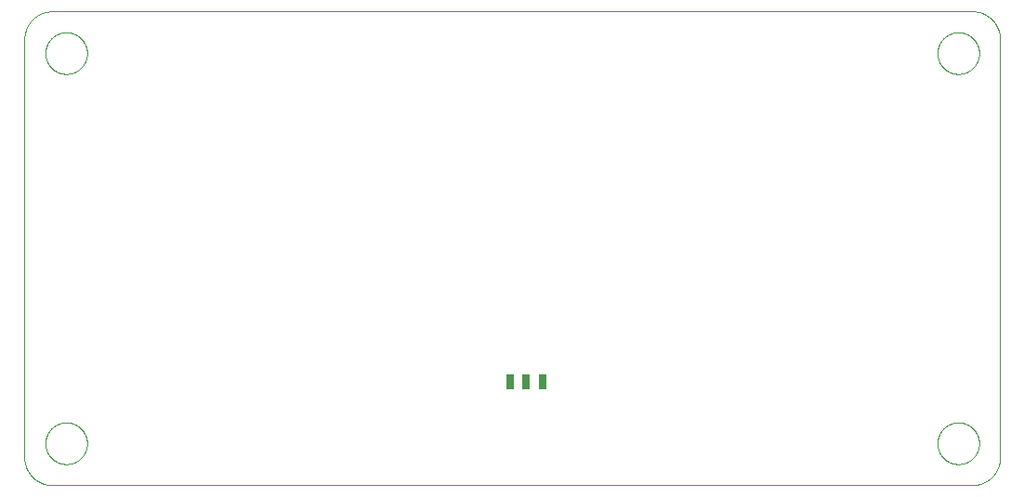
<source format=gbp>
G75*
%MOIN*%
%OFA0B0*%
%FSLAX25Y25*%
%IPPOS*%
%LPD*%
%AMOC8*
5,1,8,0,0,1.08239X$1,22.5*
%
%ADD10C,0.00000*%
%ADD11R,0.03150X0.05512*%
D10*
X0011300Y0001300D02*
X0341300Y0001300D01*
X0341542Y0001303D01*
X0341783Y0001312D01*
X0342024Y0001326D01*
X0342265Y0001347D01*
X0342505Y0001373D01*
X0342745Y0001405D01*
X0342984Y0001443D01*
X0343221Y0001486D01*
X0343458Y0001536D01*
X0343693Y0001591D01*
X0343927Y0001651D01*
X0344159Y0001718D01*
X0344390Y0001789D01*
X0344619Y0001867D01*
X0344846Y0001950D01*
X0345071Y0002038D01*
X0345294Y0002132D01*
X0345514Y0002231D01*
X0345732Y0002336D01*
X0345947Y0002445D01*
X0346160Y0002560D01*
X0346370Y0002680D01*
X0346576Y0002805D01*
X0346780Y0002935D01*
X0346981Y0003070D01*
X0347178Y0003210D01*
X0347372Y0003354D01*
X0347562Y0003503D01*
X0347748Y0003657D01*
X0347931Y0003815D01*
X0348110Y0003977D01*
X0348285Y0004144D01*
X0348456Y0004315D01*
X0348623Y0004490D01*
X0348785Y0004669D01*
X0348943Y0004852D01*
X0349097Y0005038D01*
X0349246Y0005228D01*
X0349390Y0005422D01*
X0349530Y0005619D01*
X0349665Y0005820D01*
X0349795Y0006024D01*
X0349920Y0006230D01*
X0350040Y0006440D01*
X0350155Y0006653D01*
X0350264Y0006868D01*
X0350369Y0007086D01*
X0350468Y0007306D01*
X0350562Y0007529D01*
X0350650Y0007754D01*
X0350733Y0007981D01*
X0350811Y0008210D01*
X0350882Y0008441D01*
X0350949Y0008673D01*
X0351009Y0008907D01*
X0351064Y0009142D01*
X0351114Y0009379D01*
X0351157Y0009616D01*
X0351195Y0009855D01*
X0351227Y0010095D01*
X0351253Y0010335D01*
X0351274Y0010576D01*
X0351288Y0010817D01*
X0351297Y0011058D01*
X0351300Y0011300D01*
X0351300Y0161300D01*
X0351297Y0161542D01*
X0351288Y0161783D01*
X0351274Y0162024D01*
X0351253Y0162265D01*
X0351227Y0162505D01*
X0351195Y0162745D01*
X0351157Y0162984D01*
X0351114Y0163221D01*
X0351064Y0163458D01*
X0351009Y0163693D01*
X0350949Y0163927D01*
X0350882Y0164159D01*
X0350811Y0164390D01*
X0350733Y0164619D01*
X0350650Y0164846D01*
X0350562Y0165071D01*
X0350468Y0165294D01*
X0350369Y0165514D01*
X0350264Y0165732D01*
X0350155Y0165947D01*
X0350040Y0166160D01*
X0349920Y0166370D01*
X0349795Y0166576D01*
X0349665Y0166780D01*
X0349530Y0166981D01*
X0349390Y0167178D01*
X0349246Y0167372D01*
X0349097Y0167562D01*
X0348943Y0167748D01*
X0348785Y0167931D01*
X0348623Y0168110D01*
X0348456Y0168285D01*
X0348285Y0168456D01*
X0348110Y0168623D01*
X0347931Y0168785D01*
X0347748Y0168943D01*
X0347562Y0169097D01*
X0347372Y0169246D01*
X0347178Y0169390D01*
X0346981Y0169530D01*
X0346780Y0169665D01*
X0346576Y0169795D01*
X0346370Y0169920D01*
X0346160Y0170040D01*
X0345947Y0170155D01*
X0345732Y0170264D01*
X0345514Y0170369D01*
X0345294Y0170468D01*
X0345071Y0170562D01*
X0344846Y0170650D01*
X0344619Y0170733D01*
X0344390Y0170811D01*
X0344159Y0170882D01*
X0343927Y0170949D01*
X0343693Y0171009D01*
X0343458Y0171064D01*
X0343221Y0171114D01*
X0342984Y0171157D01*
X0342745Y0171195D01*
X0342505Y0171227D01*
X0342265Y0171253D01*
X0342024Y0171274D01*
X0341783Y0171288D01*
X0341542Y0171297D01*
X0341300Y0171300D01*
X0011300Y0171300D01*
X0011058Y0171297D01*
X0010817Y0171288D01*
X0010576Y0171274D01*
X0010335Y0171253D01*
X0010095Y0171227D01*
X0009855Y0171195D01*
X0009616Y0171157D01*
X0009379Y0171114D01*
X0009142Y0171064D01*
X0008907Y0171009D01*
X0008673Y0170949D01*
X0008441Y0170882D01*
X0008210Y0170811D01*
X0007981Y0170733D01*
X0007754Y0170650D01*
X0007529Y0170562D01*
X0007306Y0170468D01*
X0007086Y0170369D01*
X0006868Y0170264D01*
X0006653Y0170155D01*
X0006440Y0170040D01*
X0006230Y0169920D01*
X0006024Y0169795D01*
X0005820Y0169665D01*
X0005619Y0169530D01*
X0005422Y0169390D01*
X0005228Y0169246D01*
X0005038Y0169097D01*
X0004852Y0168943D01*
X0004669Y0168785D01*
X0004490Y0168623D01*
X0004315Y0168456D01*
X0004144Y0168285D01*
X0003977Y0168110D01*
X0003815Y0167931D01*
X0003657Y0167748D01*
X0003503Y0167562D01*
X0003354Y0167372D01*
X0003210Y0167178D01*
X0003070Y0166981D01*
X0002935Y0166780D01*
X0002805Y0166576D01*
X0002680Y0166370D01*
X0002560Y0166160D01*
X0002445Y0165947D01*
X0002336Y0165732D01*
X0002231Y0165514D01*
X0002132Y0165294D01*
X0002038Y0165071D01*
X0001950Y0164846D01*
X0001867Y0164619D01*
X0001789Y0164390D01*
X0001718Y0164159D01*
X0001651Y0163927D01*
X0001591Y0163693D01*
X0001536Y0163458D01*
X0001486Y0163221D01*
X0001443Y0162984D01*
X0001405Y0162745D01*
X0001373Y0162505D01*
X0001347Y0162265D01*
X0001326Y0162024D01*
X0001312Y0161783D01*
X0001303Y0161542D01*
X0001300Y0161300D01*
X0001300Y0011300D01*
X0001303Y0011058D01*
X0001312Y0010817D01*
X0001326Y0010576D01*
X0001347Y0010335D01*
X0001373Y0010095D01*
X0001405Y0009855D01*
X0001443Y0009616D01*
X0001486Y0009379D01*
X0001536Y0009142D01*
X0001591Y0008907D01*
X0001651Y0008673D01*
X0001718Y0008441D01*
X0001789Y0008210D01*
X0001867Y0007981D01*
X0001950Y0007754D01*
X0002038Y0007529D01*
X0002132Y0007306D01*
X0002231Y0007086D01*
X0002336Y0006868D01*
X0002445Y0006653D01*
X0002560Y0006440D01*
X0002680Y0006230D01*
X0002805Y0006024D01*
X0002935Y0005820D01*
X0003070Y0005619D01*
X0003210Y0005422D01*
X0003354Y0005228D01*
X0003503Y0005038D01*
X0003657Y0004852D01*
X0003815Y0004669D01*
X0003977Y0004490D01*
X0004144Y0004315D01*
X0004315Y0004144D01*
X0004490Y0003977D01*
X0004669Y0003815D01*
X0004852Y0003657D01*
X0005038Y0003503D01*
X0005228Y0003354D01*
X0005422Y0003210D01*
X0005619Y0003070D01*
X0005820Y0002935D01*
X0006024Y0002805D01*
X0006230Y0002680D01*
X0006440Y0002560D01*
X0006653Y0002445D01*
X0006868Y0002336D01*
X0007086Y0002231D01*
X0007306Y0002132D01*
X0007529Y0002038D01*
X0007754Y0001950D01*
X0007981Y0001867D01*
X0008210Y0001789D01*
X0008441Y0001718D01*
X0008673Y0001651D01*
X0008907Y0001591D01*
X0009142Y0001536D01*
X0009379Y0001486D01*
X0009616Y0001443D01*
X0009855Y0001405D01*
X0010095Y0001373D01*
X0010335Y0001347D01*
X0010576Y0001326D01*
X0010817Y0001312D01*
X0011058Y0001303D01*
X0011300Y0001300D01*
X0008825Y0016300D02*
X0008827Y0016483D01*
X0008834Y0016667D01*
X0008845Y0016850D01*
X0008861Y0017033D01*
X0008881Y0017215D01*
X0008906Y0017397D01*
X0008935Y0017578D01*
X0008969Y0017758D01*
X0009007Y0017938D01*
X0009049Y0018116D01*
X0009096Y0018294D01*
X0009147Y0018470D01*
X0009202Y0018645D01*
X0009262Y0018818D01*
X0009326Y0018990D01*
X0009394Y0019161D01*
X0009466Y0019329D01*
X0009543Y0019496D01*
X0009623Y0019661D01*
X0009708Y0019824D01*
X0009796Y0019984D01*
X0009888Y0020143D01*
X0009985Y0020299D01*
X0010085Y0020453D01*
X0010189Y0020604D01*
X0010296Y0020753D01*
X0010407Y0020899D01*
X0010522Y0021042D01*
X0010640Y0021182D01*
X0010761Y0021320D01*
X0010886Y0021454D01*
X0011014Y0021586D01*
X0011146Y0021714D01*
X0011280Y0021839D01*
X0011418Y0021960D01*
X0011558Y0022078D01*
X0011701Y0022193D01*
X0011847Y0022304D01*
X0011996Y0022411D01*
X0012147Y0022515D01*
X0012301Y0022615D01*
X0012457Y0022712D01*
X0012616Y0022804D01*
X0012776Y0022892D01*
X0012939Y0022977D01*
X0013104Y0023057D01*
X0013271Y0023134D01*
X0013439Y0023206D01*
X0013610Y0023274D01*
X0013782Y0023338D01*
X0013955Y0023398D01*
X0014130Y0023453D01*
X0014306Y0023504D01*
X0014484Y0023551D01*
X0014662Y0023593D01*
X0014842Y0023631D01*
X0015022Y0023665D01*
X0015203Y0023694D01*
X0015385Y0023719D01*
X0015567Y0023739D01*
X0015750Y0023755D01*
X0015933Y0023766D01*
X0016117Y0023773D01*
X0016300Y0023775D01*
X0016483Y0023773D01*
X0016667Y0023766D01*
X0016850Y0023755D01*
X0017033Y0023739D01*
X0017215Y0023719D01*
X0017397Y0023694D01*
X0017578Y0023665D01*
X0017758Y0023631D01*
X0017938Y0023593D01*
X0018116Y0023551D01*
X0018294Y0023504D01*
X0018470Y0023453D01*
X0018645Y0023398D01*
X0018818Y0023338D01*
X0018990Y0023274D01*
X0019161Y0023206D01*
X0019329Y0023134D01*
X0019496Y0023057D01*
X0019661Y0022977D01*
X0019824Y0022892D01*
X0019984Y0022804D01*
X0020143Y0022712D01*
X0020299Y0022615D01*
X0020453Y0022515D01*
X0020604Y0022411D01*
X0020753Y0022304D01*
X0020899Y0022193D01*
X0021042Y0022078D01*
X0021182Y0021960D01*
X0021320Y0021839D01*
X0021454Y0021714D01*
X0021586Y0021586D01*
X0021714Y0021454D01*
X0021839Y0021320D01*
X0021960Y0021182D01*
X0022078Y0021042D01*
X0022193Y0020899D01*
X0022304Y0020753D01*
X0022411Y0020604D01*
X0022515Y0020453D01*
X0022615Y0020299D01*
X0022712Y0020143D01*
X0022804Y0019984D01*
X0022892Y0019824D01*
X0022977Y0019661D01*
X0023057Y0019496D01*
X0023134Y0019329D01*
X0023206Y0019161D01*
X0023274Y0018990D01*
X0023338Y0018818D01*
X0023398Y0018645D01*
X0023453Y0018470D01*
X0023504Y0018294D01*
X0023551Y0018116D01*
X0023593Y0017938D01*
X0023631Y0017758D01*
X0023665Y0017578D01*
X0023694Y0017397D01*
X0023719Y0017215D01*
X0023739Y0017033D01*
X0023755Y0016850D01*
X0023766Y0016667D01*
X0023773Y0016483D01*
X0023775Y0016300D01*
X0023773Y0016117D01*
X0023766Y0015933D01*
X0023755Y0015750D01*
X0023739Y0015567D01*
X0023719Y0015385D01*
X0023694Y0015203D01*
X0023665Y0015022D01*
X0023631Y0014842D01*
X0023593Y0014662D01*
X0023551Y0014484D01*
X0023504Y0014306D01*
X0023453Y0014130D01*
X0023398Y0013955D01*
X0023338Y0013782D01*
X0023274Y0013610D01*
X0023206Y0013439D01*
X0023134Y0013271D01*
X0023057Y0013104D01*
X0022977Y0012939D01*
X0022892Y0012776D01*
X0022804Y0012616D01*
X0022712Y0012457D01*
X0022615Y0012301D01*
X0022515Y0012147D01*
X0022411Y0011996D01*
X0022304Y0011847D01*
X0022193Y0011701D01*
X0022078Y0011558D01*
X0021960Y0011418D01*
X0021839Y0011280D01*
X0021714Y0011146D01*
X0021586Y0011014D01*
X0021454Y0010886D01*
X0021320Y0010761D01*
X0021182Y0010640D01*
X0021042Y0010522D01*
X0020899Y0010407D01*
X0020753Y0010296D01*
X0020604Y0010189D01*
X0020453Y0010085D01*
X0020299Y0009985D01*
X0020143Y0009888D01*
X0019984Y0009796D01*
X0019824Y0009708D01*
X0019661Y0009623D01*
X0019496Y0009543D01*
X0019329Y0009466D01*
X0019161Y0009394D01*
X0018990Y0009326D01*
X0018818Y0009262D01*
X0018645Y0009202D01*
X0018470Y0009147D01*
X0018294Y0009096D01*
X0018116Y0009049D01*
X0017938Y0009007D01*
X0017758Y0008969D01*
X0017578Y0008935D01*
X0017397Y0008906D01*
X0017215Y0008881D01*
X0017033Y0008861D01*
X0016850Y0008845D01*
X0016667Y0008834D01*
X0016483Y0008827D01*
X0016300Y0008825D01*
X0016117Y0008827D01*
X0015933Y0008834D01*
X0015750Y0008845D01*
X0015567Y0008861D01*
X0015385Y0008881D01*
X0015203Y0008906D01*
X0015022Y0008935D01*
X0014842Y0008969D01*
X0014662Y0009007D01*
X0014484Y0009049D01*
X0014306Y0009096D01*
X0014130Y0009147D01*
X0013955Y0009202D01*
X0013782Y0009262D01*
X0013610Y0009326D01*
X0013439Y0009394D01*
X0013271Y0009466D01*
X0013104Y0009543D01*
X0012939Y0009623D01*
X0012776Y0009708D01*
X0012616Y0009796D01*
X0012457Y0009888D01*
X0012301Y0009985D01*
X0012147Y0010085D01*
X0011996Y0010189D01*
X0011847Y0010296D01*
X0011701Y0010407D01*
X0011558Y0010522D01*
X0011418Y0010640D01*
X0011280Y0010761D01*
X0011146Y0010886D01*
X0011014Y0011014D01*
X0010886Y0011146D01*
X0010761Y0011280D01*
X0010640Y0011418D01*
X0010522Y0011558D01*
X0010407Y0011701D01*
X0010296Y0011847D01*
X0010189Y0011996D01*
X0010085Y0012147D01*
X0009985Y0012301D01*
X0009888Y0012457D01*
X0009796Y0012616D01*
X0009708Y0012776D01*
X0009623Y0012939D01*
X0009543Y0013104D01*
X0009466Y0013271D01*
X0009394Y0013439D01*
X0009326Y0013610D01*
X0009262Y0013782D01*
X0009202Y0013955D01*
X0009147Y0014130D01*
X0009096Y0014306D01*
X0009049Y0014484D01*
X0009007Y0014662D01*
X0008969Y0014842D01*
X0008935Y0015022D01*
X0008906Y0015203D01*
X0008881Y0015385D01*
X0008861Y0015567D01*
X0008845Y0015750D01*
X0008834Y0015933D01*
X0008827Y0016117D01*
X0008825Y0016300D01*
X0008825Y0156300D02*
X0008827Y0156483D01*
X0008834Y0156667D01*
X0008845Y0156850D01*
X0008861Y0157033D01*
X0008881Y0157215D01*
X0008906Y0157397D01*
X0008935Y0157578D01*
X0008969Y0157758D01*
X0009007Y0157938D01*
X0009049Y0158116D01*
X0009096Y0158294D01*
X0009147Y0158470D01*
X0009202Y0158645D01*
X0009262Y0158818D01*
X0009326Y0158990D01*
X0009394Y0159161D01*
X0009466Y0159329D01*
X0009543Y0159496D01*
X0009623Y0159661D01*
X0009708Y0159824D01*
X0009796Y0159984D01*
X0009888Y0160143D01*
X0009985Y0160299D01*
X0010085Y0160453D01*
X0010189Y0160604D01*
X0010296Y0160753D01*
X0010407Y0160899D01*
X0010522Y0161042D01*
X0010640Y0161182D01*
X0010761Y0161320D01*
X0010886Y0161454D01*
X0011014Y0161586D01*
X0011146Y0161714D01*
X0011280Y0161839D01*
X0011418Y0161960D01*
X0011558Y0162078D01*
X0011701Y0162193D01*
X0011847Y0162304D01*
X0011996Y0162411D01*
X0012147Y0162515D01*
X0012301Y0162615D01*
X0012457Y0162712D01*
X0012616Y0162804D01*
X0012776Y0162892D01*
X0012939Y0162977D01*
X0013104Y0163057D01*
X0013271Y0163134D01*
X0013439Y0163206D01*
X0013610Y0163274D01*
X0013782Y0163338D01*
X0013955Y0163398D01*
X0014130Y0163453D01*
X0014306Y0163504D01*
X0014484Y0163551D01*
X0014662Y0163593D01*
X0014842Y0163631D01*
X0015022Y0163665D01*
X0015203Y0163694D01*
X0015385Y0163719D01*
X0015567Y0163739D01*
X0015750Y0163755D01*
X0015933Y0163766D01*
X0016117Y0163773D01*
X0016300Y0163775D01*
X0016483Y0163773D01*
X0016667Y0163766D01*
X0016850Y0163755D01*
X0017033Y0163739D01*
X0017215Y0163719D01*
X0017397Y0163694D01*
X0017578Y0163665D01*
X0017758Y0163631D01*
X0017938Y0163593D01*
X0018116Y0163551D01*
X0018294Y0163504D01*
X0018470Y0163453D01*
X0018645Y0163398D01*
X0018818Y0163338D01*
X0018990Y0163274D01*
X0019161Y0163206D01*
X0019329Y0163134D01*
X0019496Y0163057D01*
X0019661Y0162977D01*
X0019824Y0162892D01*
X0019984Y0162804D01*
X0020143Y0162712D01*
X0020299Y0162615D01*
X0020453Y0162515D01*
X0020604Y0162411D01*
X0020753Y0162304D01*
X0020899Y0162193D01*
X0021042Y0162078D01*
X0021182Y0161960D01*
X0021320Y0161839D01*
X0021454Y0161714D01*
X0021586Y0161586D01*
X0021714Y0161454D01*
X0021839Y0161320D01*
X0021960Y0161182D01*
X0022078Y0161042D01*
X0022193Y0160899D01*
X0022304Y0160753D01*
X0022411Y0160604D01*
X0022515Y0160453D01*
X0022615Y0160299D01*
X0022712Y0160143D01*
X0022804Y0159984D01*
X0022892Y0159824D01*
X0022977Y0159661D01*
X0023057Y0159496D01*
X0023134Y0159329D01*
X0023206Y0159161D01*
X0023274Y0158990D01*
X0023338Y0158818D01*
X0023398Y0158645D01*
X0023453Y0158470D01*
X0023504Y0158294D01*
X0023551Y0158116D01*
X0023593Y0157938D01*
X0023631Y0157758D01*
X0023665Y0157578D01*
X0023694Y0157397D01*
X0023719Y0157215D01*
X0023739Y0157033D01*
X0023755Y0156850D01*
X0023766Y0156667D01*
X0023773Y0156483D01*
X0023775Y0156300D01*
X0023773Y0156117D01*
X0023766Y0155933D01*
X0023755Y0155750D01*
X0023739Y0155567D01*
X0023719Y0155385D01*
X0023694Y0155203D01*
X0023665Y0155022D01*
X0023631Y0154842D01*
X0023593Y0154662D01*
X0023551Y0154484D01*
X0023504Y0154306D01*
X0023453Y0154130D01*
X0023398Y0153955D01*
X0023338Y0153782D01*
X0023274Y0153610D01*
X0023206Y0153439D01*
X0023134Y0153271D01*
X0023057Y0153104D01*
X0022977Y0152939D01*
X0022892Y0152776D01*
X0022804Y0152616D01*
X0022712Y0152457D01*
X0022615Y0152301D01*
X0022515Y0152147D01*
X0022411Y0151996D01*
X0022304Y0151847D01*
X0022193Y0151701D01*
X0022078Y0151558D01*
X0021960Y0151418D01*
X0021839Y0151280D01*
X0021714Y0151146D01*
X0021586Y0151014D01*
X0021454Y0150886D01*
X0021320Y0150761D01*
X0021182Y0150640D01*
X0021042Y0150522D01*
X0020899Y0150407D01*
X0020753Y0150296D01*
X0020604Y0150189D01*
X0020453Y0150085D01*
X0020299Y0149985D01*
X0020143Y0149888D01*
X0019984Y0149796D01*
X0019824Y0149708D01*
X0019661Y0149623D01*
X0019496Y0149543D01*
X0019329Y0149466D01*
X0019161Y0149394D01*
X0018990Y0149326D01*
X0018818Y0149262D01*
X0018645Y0149202D01*
X0018470Y0149147D01*
X0018294Y0149096D01*
X0018116Y0149049D01*
X0017938Y0149007D01*
X0017758Y0148969D01*
X0017578Y0148935D01*
X0017397Y0148906D01*
X0017215Y0148881D01*
X0017033Y0148861D01*
X0016850Y0148845D01*
X0016667Y0148834D01*
X0016483Y0148827D01*
X0016300Y0148825D01*
X0016117Y0148827D01*
X0015933Y0148834D01*
X0015750Y0148845D01*
X0015567Y0148861D01*
X0015385Y0148881D01*
X0015203Y0148906D01*
X0015022Y0148935D01*
X0014842Y0148969D01*
X0014662Y0149007D01*
X0014484Y0149049D01*
X0014306Y0149096D01*
X0014130Y0149147D01*
X0013955Y0149202D01*
X0013782Y0149262D01*
X0013610Y0149326D01*
X0013439Y0149394D01*
X0013271Y0149466D01*
X0013104Y0149543D01*
X0012939Y0149623D01*
X0012776Y0149708D01*
X0012616Y0149796D01*
X0012457Y0149888D01*
X0012301Y0149985D01*
X0012147Y0150085D01*
X0011996Y0150189D01*
X0011847Y0150296D01*
X0011701Y0150407D01*
X0011558Y0150522D01*
X0011418Y0150640D01*
X0011280Y0150761D01*
X0011146Y0150886D01*
X0011014Y0151014D01*
X0010886Y0151146D01*
X0010761Y0151280D01*
X0010640Y0151418D01*
X0010522Y0151558D01*
X0010407Y0151701D01*
X0010296Y0151847D01*
X0010189Y0151996D01*
X0010085Y0152147D01*
X0009985Y0152301D01*
X0009888Y0152457D01*
X0009796Y0152616D01*
X0009708Y0152776D01*
X0009623Y0152939D01*
X0009543Y0153104D01*
X0009466Y0153271D01*
X0009394Y0153439D01*
X0009326Y0153610D01*
X0009262Y0153782D01*
X0009202Y0153955D01*
X0009147Y0154130D01*
X0009096Y0154306D01*
X0009049Y0154484D01*
X0009007Y0154662D01*
X0008969Y0154842D01*
X0008935Y0155022D01*
X0008906Y0155203D01*
X0008881Y0155385D01*
X0008861Y0155567D01*
X0008845Y0155750D01*
X0008834Y0155933D01*
X0008827Y0156117D01*
X0008825Y0156300D01*
X0328825Y0156300D02*
X0328827Y0156483D01*
X0328834Y0156667D01*
X0328845Y0156850D01*
X0328861Y0157033D01*
X0328881Y0157215D01*
X0328906Y0157397D01*
X0328935Y0157578D01*
X0328969Y0157758D01*
X0329007Y0157938D01*
X0329049Y0158116D01*
X0329096Y0158294D01*
X0329147Y0158470D01*
X0329202Y0158645D01*
X0329262Y0158818D01*
X0329326Y0158990D01*
X0329394Y0159161D01*
X0329466Y0159329D01*
X0329543Y0159496D01*
X0329623Y0159661D01*
X0329708Y0159824D01*
X0329796Y0159984D01*
X0329888Y0160143D01*
X0329985Y0160299D01*
X0330085Y0160453D01*
X0330189Y0160604D01*
X0330296Y0160753D01*
X0330407Y0160899D01*
X0330522Y0161042D01*
X0330640Y0161182D01*
X0330761Y0161320D01*
X0330886Y0161454D01*
X0331014Y0161586D01*
X0331146Y0161714D01*
X0331280Y0161839D01*
X0331418Y0161960D01*
X0331558Y0162078D01*
X0331701Y0162193D01*
X0331847Y0162304D01*
X0331996Y0162411D01*
X0332147Y0162515D01*
X0332301Y0162615D01*
X0332457Y0162712D01*
X0332616Y0162804D01*
X0332776Y0162892D01*
X0332939Y0162977D01*
X0333104Y0163057D01*
X0333271Y0163134D01*
X0333439Y0163206D01*
X0333610Y0163274D01*
X0333782Y0163338D01*
X0333955Y0163398D01*
X0334130Y0163453D01*
X0334306Y0163504D01*
X0334484Y0163551D01*
X0334662Y0163593D01*
X0334842Y0163631D01*
X0335022Y0163665D01*
X0335203Y0163694D01*
X0335385Y0163719D01*
X0335567Y0163739D01*
X0335750Y0163755D01*
X0335933Y0163766D01*
X0336117Y0163773D01*
X0336300Y0163775D01*
X0336483Y0163773D01*
X0336667Y0163766D01*
X0336850Y0163755D01*
X0337033Y0163739D01*
X0337215Y0163719D01*
X0337397Y0163694D01*
X0337578Y0163665D01*
X0337758Y0163631D01*
X0337938Y0163593D01*
X0338116Y0163551D01*
X0338294Y0163504D01*
X0338470Y0163453D01*
X0338645Y0163398D01*
X0338818Y0163338D01*
X0338990Y0163274D01*
X0339161Y0163206D01*
X0339329Y0163134D01*
X0339496Y0163057D01*
X0339661Y0162977D01*
X0339824Y0162892D01*
X0339984Y0162804D01*
X0340143Y0162712D01*
X0340299Y0162615D01*
X0340453Y0162515D01*
X0340604Y0162411D01*
X0340753Y0162304D01*
X0340899Y0162193D01*
X0341042Y0162078D01*
X0341182Y0161960D01*
X0341320Y0161839D01*
X0341454Y0161714D01*
X0341586Y0161586D01*
X0341714Y0161454D01*
X0341839Y0161320D01*
X0341960Y0161182D01*
X0342078Y0161042D01*
X0342193Y0160899D01*
X0342304Y0160753D01*
X0342411Y0160604D01*
X0342515Y0160453D01*
X0342615Y0160299D01*
X0342712Y0160143D01*
X0342804Y0159984D01*
X0342892Y0159824D01*
X0342977Y0159661D01*
X0343057Y0159496D01*
X0343134Y0159329D01*
X0343206Y0159161D01*
X0343274Y0158990D01*
X0343338Y0158818D01*
X0343398Y0158645D01*
X0343453Y0158470D01*
X0343504Y0158294D01*
X0343551Y0158116D01*
X0343593Y0157938D01*
X0343631Y0157758D01*
X0343665Y0157578D01*
X0343694Y0157397D01*
X0343719Y0157215D01*
X0343739Y0157033D01*
X0343755Y0156850D01*
X0343766Y0156667D01*
X0343773Y0156483D01*
X0343775Y0156300D01*
X0343773Y0156117D01*
X0343766Y0155933D01*
X0343755Y0155750D01*
X0343739Y0155567D01*
X0343719Y0155385D01*
X0343694Y0155203D01*
X0343665Y0155022D01*
X0343631Y0154842D01*
X0343593Y0154662D01*
X0343551Y0154484D01*
X0343504Y0154306D01*
X0343453Y0154130D01*
X0343398Y0153955D01*
X0343338Y0153782D01*
X0343274Y0153610D01*
X0343206Y0153439D01*
X0343134Y0153271D01*
X0343057Y0153104D01*
X0342977Y0152939D01*
X0342892Y0152776D01*
X0342804Y0152616D01*
X0342712Y0152457D01*
X0342615Y0152301D01*
X0342515Y0152147D01*
X0342411Y0151996D01*
X0342304Y0151847D01*
X0342193Y0151701D01*
X0342078Y0151558D01*
X0341960Y0151418D01*
X0341839Y0151280D01*
X0341714Y0151146D01*
X0341586Y0151014D01*
X0341454Y0150886D01*
X0341320Y0150761D01*
X0341182Y0150640D01*
X0341042Y0150522D01*
X0340899Y0150407D01*
X0340753Y0150296D01*
X0340604Y0150189D01*
X0340453Y0150085D01*
X0340299Y0149985D01*
X0340143Y0149888D01*
X0339984Y0149796D01*
X0339824Y0149708D01*
X0339661Y0149623D01*
X0339496Y0149543D01*
X0339329Y0149466D01*
X0339161Y0149394D01*
X0338990Y0149326D01*
X0338818Y0149262D01*
X0338645Y0149202D01*
X0338470Y0149147D01*
X0338294Y0149096D01*
X0338116Y0149049D01*
X0337938Y0149007D01*
X0337758Y0148969D01*
X0337578Y0148935D01*
X0337397Y0148906D01*
X0337215Y0148881D01*
X0337033Y0148861D01*
X0336850Y0148845D01*
X0336667Y0148834D01*
X0336483Y0148827D01*
X0336300Y0148825D01*
X0336117Y0148827D01*
X0335933Y0148834D01*
X0335750Y0148845D01*
X0335567Y0148861D01*
X0335385Y0148881D01*
X0335203Y0148906D01*
X0335022Y0148935D01*
X0334842Y0148969D01*
X0334662Y0149007D01*
X0334484Y0149049D01*
X0334306Y0149096D01*
X0334130Y0149147D01*
X0333955Y0149202D01*
X0333782Y0149262D01*
X0333610Y0149326D01*
X0333439Y0149394D01*
X0333271Y0149466D01*
X0333104Y0149543D01*
X0332939Y0149623D01*
X0332776Y0149708D01*
X0332616Y0149796D01*
X0332457Y0149888D01*
X0332301Y0149985D01*
X0332147Y0150085D01*
X0331996Y0150189D01*
X0331847Y0150296D01*
X0331701Y0150407D01*
X0331558Y0150522D01*
X0331418Y0150640D01*
X0331280Y0150761D01*
X0331146Y0150886D01*
X0331014Y0151014D01*
X0330886Y0151146D01*
X0330761Y0151280D01*
X0330640Y0151418D01*
X0330522Y0151558D01*
X0330407Y0151701D01*
X0330296Y0151847D01*
X0330189Y0151996D01*
X0330085Y0152147D01*
X0329985Y0152301D01*
X0329888Y0152457D01*
X0329796Y0152616D01*
X0329708Y0152776D01*
X0329623Y0152939D01*
X0329543Y0153104D01*
X0329466Y0153271D01*
X0329394Y0153439D01*
X0329326Y0153610D01*
X0329262Y0153782D01*
X0329202Y0153955D01*
X0329147Y0154130D01*
X0329096Y0154306D01*
X0329049Y0154484D01*
X0329007Y0154662D01*
X0328969Y0154842D01*
X0328935Y0155022D01*
X0328906Y0155203D01*
X0328881Y0155385D01*
X0328861Y0155567D01*
X0328845Y0155750D01*
X0328834Y0155933D01*
X0328827Y0156117D01*
X0328825Y0156300D01*
X0328825Y0016300D02*
X0328827Y0016483D01*
X0328834Y0016667D01*
X0328845Y0016850D01*
X0328861Y0017033D01*
X0328881Y0017215D01*
X0328906Y0017397D01*
X0328935Y0017578D01*
X0328969Y0017758D01*
X0329007Y0017938D01*
X0329049Y0018116D01*
X0329096Y0018294D01*
X0329147Y0018470D01*
X0329202Y0018645D01*
X0329262Y0018818D01*
X0329326Y0018990D01*
X0329394Y0019161D01*
X0329466Y0019329D01*
X0329543Y0019496D01*
X0329623Y0019661D01*
X0329708Y0019824D01*
X0329796Y0019984D01*
X0329888Y0020143D01*
X0329985Y0020299D01*
X0330085Y0020453D01*
X0330189Y0020604D01*
X0330296Y0020753D01*
X0330407Y0020899D01*
X0330522Y0021042D01*
X0330640Y0021182D01*
X0330761Y0021320D01*
X0330886Y0021454D01*
X0331014Y0021586D01*
X0331146Y0021714D01*
X0331280Y0021839D01*
X0331418Y0021960D01*
X0331558Y0022078D01*
X0331701Y0022193D01*
X0331847Y0022304D01*
X0331996Y0022411D01*
X0332147Y0022515D01*
X0332301Y0022615D01*
X0332457Y0022712D01*
X0332616Y0022804D01*
X0332776Y0022892D01*
X0332939Y0022977D01*
X0333104Y0023057D01*
X0333271Y0023134D01*
X0333439Y0023206D01*
X0333610Y0023274D01*
X0333782Y0023338D01*
X0333955Y0023398D01*
X0334130Y0023453D01*
X0334306Y0023504D01*
X0334484Y0023551D01*
X0334662Y0023593D01*
X0334842Y0023631D01*
X0335022Y0023665D01*
X0335203Y0023694D01*
X0335385Y0023719D01*
X0335567Y0023739D01*
X0335750Y0023755D01*
X0335933Y0023766D01*
X0336117Y0023773D01*
X0336300Y0023775D01*
X0336483Y0023773D01*
X0336667Y0023766D01*
X0336850Y0023755D01*
X0337033Y0023739D01*
X0337215Y0023719D01*
X0337397Y0023694D01*
X0337578Y0023665D01*
X0337758Y0023631D01*
X0337938Y0023593D01*
X0338116Y0023551D01*
X0338294Y0023504D01*
X0338470Y0023453D01*
X0338645Y0023398D01*
X0338818Y0023338D01*
X0338990Y0023274D01*
X0339161Y0023206D01*
X0339329Y0023134D01*
X0339496Y0023057D01*
X0339661Y0022977D01*
X0339824Y0022892D01*
X0339984Y0022804D01*
X0340143Y0022712D01*
X0340299Y0022615D01*
X0340453Y0022515D01*
X0340604Y0022411D01*
X0340753Y0022304D01*
X0340899Y0022193D01*
X0341042Y0022078D01*
X0341182Y0021960D01*
X0341320Y0021839D01*
X0341454Y0021714D01*
X0341586Y0021586D01*
X0341714Y0021454D01*
X0341839Y0021320D01*
X0341960Y0021182D01*
X0342078Y0021042D01*
X0342193Y0020899D01*
X0342304Y0020753D01*
X0342411Y0020604D01*
X0342515Y0020453D01*
X0342615Y0020299D01*
X0342712Y0020143D01*
X0342804Y0019984D01*
X0342892Y0019824D01*
X0342977Y0019661D01*
X0343057Y0019496D01*
X0343134Y0019329D01*
X0343206Y0019161D01*
X0343274Y0018990D01*
X0343338Y0018818D01*
X0343398Y0018645D01*
X0343453Y0018470D01*
X0343504Y0018294D01*
X0343551Y0018116D01*
X0343593Y0017938D01*
X0343631Y0017758D01*
X0343665Y0017578D01*
X0343694Y0017397D01*
X0343719Y0017215D01*
X0343739Y0017033D01*
X0343755Y0016850D01*
X0343766Y0016667D01*
X0343773Y0016483D01*
X0343775Y0016300D01*
X0343773Y0016117D01*
X0343766Y0015933D01*
X0343755Y0015750D01*
X0343739Y0015567D01*
X0343719Y0015385D01*
X0343694Y0015203D01*
X0343665Y0015022D01*
X0343631Y0014842D01*
X0343593Y0014662D01*
X0343551Y0014484D01*
X0343504Y0014306D01*
X0343453Y0014130D01*
X0343398Y0013955D01*
X0343338Y0013782D01*
X0343274Y0013610D01*
X0343206Y0013439D01*
X0343134Y0013271D01*
X0343057Y0013104D01*
X0342977Y0012939D01*
X0342892Y0012776D01*
X0342804Y0012616D01*
X0342712Y0012457D01*
X0342615Y0012301D01*
X0342515Y0012147D01*
X0342411Y0011996D01*
X0342304Y0011847D01*
X0342193Y0011701D01*
X0342078Y0011558D01*
X0341960Y0011418D01*
X0341839Y0011280D01*
X0341714Y0011146D01*
X0341586Y0011014D01*
X0341454Y0010886D01*
X0341320Y0010761D01*
X0341182Y0010640D01*
X0341042Y0010522D01*
X0340899Y0010407D01*
X0340753Y0010296D01*
X0340604Y0010189D01*
X0340453Y0010085D01*
X0340299Y0009985D01*
X0340143Y0009888D01*
X0339984Y0009796D01*
X0339824Y0009708D01*
X0339661Y0009623D01*
X0339496Y0009543D01*
X0339329Y0009466D01*
X0339161Y0009394D01*
X0338990Y0009326D01*
X0338818Y0009262D01*
X0338645Y0009202D01*
X0338470Y0009147D01*
X0338294Y0009096D01*
X0338116Y0009049D01*
X0337938Y0009007D01*
X0337758Y0008969D01*
X0337578Y0008935D01*
X0337397Y0008906D01*
X0337215Y0008881D01*
X0337033Y0008861D01*
X0336850Y0008845D01*
X0336667Y0008834D01*
X0336483Y0008827D01*
X0336300Y0008825D01*
X0336117Y0008827D01*
X0335933Y0008834D01*
X0335750Y0008845D01*
X0335567Y0008861D01*
X0335385Y0008881D01*
X0335203Y0008906D01*
X0335022Y0008935D01*
X0334842Y0008969D01*
X0334662Y0009007D01*
X0334484Y0009049D01*
X0334306Y0009096D01*
X0334130Y0009147D01*
X0333955Y0009202D01*
X0333782Y0009262D01*
X0333610Y0009326D01*
X0333439Y0009394D01*
X0333271Y0009466D01*
X0333104Y0009543D01*
X0332939Y0009623D01*
X0332776Y0009708D01*
X0332616Y0009796D01*
X0332457Y0009888D01*
X0332301Y0009985D01*
X0332147Y0010085D01*
X0331996Y0010189D01*
X0331847Y0010296D01*
X0331701Y0010407D01*
X0331558Y0010522D01*
X0331418Y0010640D01*
X0331280Y0010761D01*
X0331146Y0010886D01*
X0331014Y0011014D01*
X0330886Y0011146D01*
X0330761Y0011280D01*
X0330640Y0011418D01*
X0330522Y0011558D01*
X0330407Y0011701D01*
X0330296Y0011847D01*
X0330189Y0011996D01*
X0330085Y0012147D01*
X0329985Y0012301D01*
X0329888Y0012457D01*
X0329796Y0012616D01*
X0329708Y0012776D01*
X0329623Y0012939D01*
X0329543Y0013104D01*
X0329466Y0013271D01*
X0329394Y0013439D01*
X0329326Y0013610D01*
X0329262Y0013782D01*
X0329202Y0013955D01*
X0329147Y0014130D01*
X0329096Y0014306D01*
X0329049Y0014484D01*
X0329007Y0014662D01*
X0328969Y0014842D01*
X0328935Y0015022D01*
X0328906Y0015203D01*
X0328881Y0015385D01*
X0328861Y0015567D01*
X0328845Y0015750D01*
X0328834Y0015933D01*
X0328827Y0016117D01*
X0328825Y0016300D01*
D11*
X0187206Y0038505D03*
X0181300Y0038505D03*
X0175394Y0038505D03*
M02*

</source>
